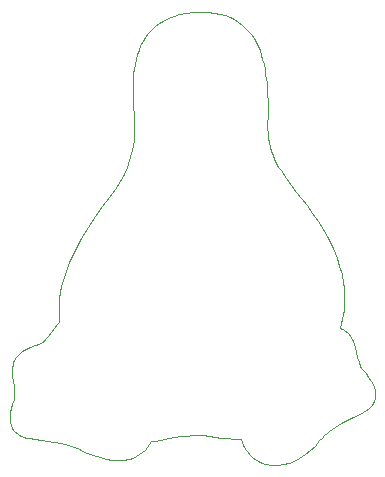
<source format=gbr>
G04 #@! TF.GenerationSoftware,KiCad,Pcbnew,(5.1.5)-3*
G04 #@! TF.CreationDate,2020-04-16T17:00:03+04:00*
G04 #@! TF.ProjectId,drawing,64726177-696e-4672-9e6b-696361645f70,rev?*
G04 #@! TF.SameCoordinates,Original*
G04 #@! TF.FileFunction,Profile,NP*
%FSLAX46Y46*%
G04 Gerber Fmt 4.6, Leading zero omitted, Abs format (unit mm)*
G04 Created by KiCad (PCBNEW (5.1.5)-3) date 2020-04-16 17:00:03*
%MOMM*%
%LPD*%
G04 APERTURE LIST*
%ADD10C,0.100000*%
G04 APERTURE END LIST*
D10*
X109657703Y-67057189D02*
X109288793Y-67064640D01*
X109288793Y-67064640D02*
X108904036Y-67088439D01*
X108904036Y-67088439D02*
X108307847Y-67158577D01*
X108307847Y-67158577D02*
X107758844Y-67265355D01*
X107758844Y-67265355D02*
X107255155Y-67406692D01*
X107255155Y-67406692D02*
X106794906Y-67580507D01*
X106794906Y-67580507D02*
X106376225Y-67784718D01*
X106376225Y-67784718D02*
X105997241Y-68017244D01*
X105997241Y-68017244D02*
X105656081Y-68276003D01*
X105656081Y-68276003D02*
X105350871Y-68558914D01*
X105350871Y-68558914D02*
X105079741Y-68863897D01*
X105079741Y-68863897D02*
X104840817Y-69188869D01*
X104840817Y-69188869D02*
X104632227Y-69531750D01*
X104632227Y-69531750D02*
X104452099Y-69890458D01*
X104452099Y-69890458D02*
X104298560Y-70262911D01*
X104298560Y-70262911D02*
X104169738Y-70647029D01*
X104169738Y-70647029D02*
X104063761Y-71040730D01*
X104063761Y-71040730D02*
X103978755Y-71441933D01*
X103978755Y-71441933D02*
X103912849Y-71848557D01*
X103912849Y-71848557D02*
X103864171Y-72258520D01*
X103864171Y-72258520D02*
X103811005Y-73080138D01*
X103811005Y-73080138D02*
X103804280Y-73890138D01*
X103804280Y-73890138D02*
X103829016Y-74671869D01*
X103829016Y-74671869D02*
X103912953Y-76083922D01*
X103912953Y-76083922D02*
X103942196Y-76680944D01*
X103942196Y-76680944D02*
X103942983Y-77183095D01*
X103942983Y-77183095D02*
X103885877Y-77824007D01*
X103885877Y-77824007D02*
X103800477Y-78438355D01*
X103800477Y-78438355D02*
X103679706Y-79034380D01*
X103679706Y-79034380D02*
X103516486Y-79620320D01*
X103516486Y-79620320D02*
X103303738Y-80204417D01*
X103303738Y-80204417D02*
X103034384Y-80794908D01*
X103034384Y-80794908D02*
X102701346Y-81400036D01*
X102701346Y-81400036D02*
X102297546Y-82028038D01*
X102297546Y-82028038D02*
X101755442Y-82706267D01*
X101755442Y-82706267D02*
X101179060Y-83471212D01*
X101179060Y-83471212D02*
X100587026Y-84311977D01*
X100587026Y-84311977D02*
X99997964Y-85217669D01*
X99997964Y-85217669D02*
X99430496Y-86177395D01*
X99430496Y-86177395D02*
X99160681Y-86674117D01*
X99160681Y-86674117D02*
X98903249Y-87180261D01*
X98903249Y-87180261D02*
X98660527Y-87694467D01*
X98660527Y-87694467D02*
X98434845Y-88215373D01*
X98434845Y-88215373D02*
X98228529Y-88741617D01*
X98228529Y-88741617D02*
X98043909Y-89271837D01*
X98043909Y-89271837D02*
X97891648Y-89774797D01*
X97891648Y-89774797D02*
X97762781Y-90279012D01*
X97762781Y-90279012D02*
X97659302Y-90783324D01*
X97659302Y-90783324D02*
X97583209Y-91286576D01*
X97583209Y-91286576D02*
X97536498Y-91787610D01*
X97536498Y-91787610D02*
X97521165Y-92285267D01*
X97521165Y-92285267D02*
X97539206Y-92778391D01*
X97539206Y-92778391D02*
X97592618Y-93265822D01*
X97592618Y-93265822D02*
X97421340Y-93437583D01*
X97421340Y-93437583D02*
X97134415Y-93783742D01*
X97134415Y-93783742D02*
X96874104Y-94139846D01*
X96874104Y-94139846D02*
X96627254Y-94480631D01*
X96627254Y-94480631D02*
X96380710Y-94780829D01*
X96380710Y-94780829D02*
X96257510Y-94891646D01*
X96257510Y-94891646D02*
X96122910Y-94986938D01*
X96122910Y-94986938D02*
X95823665Y-95142938D01*
X95823665Y-95142938D02*
X95491284Y-95272811D01*
X95491284Y-95272811D02*
X95134076Y-95400544D01*
X95134076Y-95400544D02*
X94762150Y-95555790D01*
X94762150Y-95555790D02*
X94577039Y-95653899D01*
X94577039Y-95653899D02*
X94396542Y-95770199D01*
X94396542Y-95770199D02*
X94223697Y-95908092D01*
X94223697Y-95908092D02*
X94061537Y-96070980D01*
X94061537Y-96070980D02*
X93913099Y-96262263D01*
X93913099Y-96262263D02*
X93781419Y-96485343D01*
X93781419Y-96485343D02*
X93781192Y-96485700D01*
X93781192Y-96485700D02*
X93779492Y-96488900D01*
X93779492Y-96488900D02*
X93685997Y-96704229D01*
X93685997Y-96704229D02*
X93623946Y-96926012D01*
X93623946Y-96926012D02*
X93588879Y-97152686D01*
X93588879Y-97152686D02*
X93576335Y-97382691D01*
X93576335Y-97382691D02*
X93581856Y-97614464D01*
X93581856Y-97614464D02*
X93600981Y-97846445D01*
X93600981Y-97846445D02*
X93662205Y-98304784D01*
X93662205Y-98304784D02*
X93726697Y-98747697D01*
X93726697Y-98747697D02*
X93771587Y-99164138D01*
X93771587Y-99164138D02*
X93776856Y-99540074D01*
X93776856Y-99540074D02*
X93758377Y-99708465D01*
X93758377Y-99708465D02*
X93722485Y-99861466D01*
X93722485Y-99861466D02*
X93593065Y-100252226D01*
X93593065Y-100252226D02*
X93495132Y-100613184D01*
X93495132Y-100613184D02*
X93428501Y-100945842D01*
X93428501Y-100945842D02*
X93392986Y-101251702D01*
X93392986Y-101251702D02*
X93388403Y-101532268D01*
X93388403Y-101532268D02*
X93414567Y-101789043D01*
X93414567Y-101789043D02*
X93471294Y-102023528D01*
X93471294Y-102023528D02*
X93558398Y-102237227D01*
X93558398Y-102237227D02*
X93673954Y-102427572D01*
X93673954Y-102427572D02*
X93814037Y-102591734D01*
X93814037Y-102591734D02*
X93976121Y-102732054D01*
X93976121Y-102732054D02*
X94157682Y-102850869D01*
X94157682Y-102850869D02*
X94356196Y-102950517D01*
X94356196Y-102950517D02*
X94569137Y-103033339D01*
X94569137Y-103033339D02*
X94793982Y-103101671D01*
X94793982Y-103101671D02*
X95028205Y-103157852D01*
X95028205Y-103157852D02*
X95523859Y-103245961D01*
X95523859Y-103245961D02*
X96052142Y-103315682D01*
X96052142Y-103315682D02*
X97168432Y-103453450D01*
X97168432Y-103453450D02*
X97737358Y-103548244D01*
X97737358Y-103548244D02*
X98300751Y-103678144D01*
X98300751Y-103678144D02*
X98577391Y-103760438D01*
X98577391Y-103760438D02*
X98849069Y-103856523D01*
X98849069Y-103856523D02*
X99114594Y-103968071D01*
X99114594Y-103968071D02*
X99372773Y-104096754D01*
X99373978Y-104097426D02*
X99918360Y-104364927D01*
X99918360Y-104364927D02*
X100460901Y-104584933D01*
X100460901Y-104584933D02*
X100997879Y-104756863D01*
X100997879Y-104756863D02*
X101525577Y-104880136D01*
X101525577Y-104880136D02*
X102040273Y-104954171D01*
X102040273Y-104954171D02*
X102538248Y-104978386D01*
X102538248Y-104978386D02*
X103015781Y-104952201D01*
X103015781Y-104952201D02*
X103469154Y-104875035D01*
X103469154Y-104875035D02*
X103780348Y-104785570D01*
X103780348Y-104785570D02*
X104074471Y-104666622D01*
X104074471Y-104666622D02*
X104349459Y-104518661D01*
X104349459Y-104518661D02*
X104603254Y-104342158D01*
X104603254Y-104342158D02*
X104833794Y-104137585D01*
X104833794Y-104137585D02*
X105039018Y-103905412D01*
X105039018Y-103905412D02*
X105216865Y-103646110D01*
X105216865Y-103646110D02*
X105365275Y-103360151D01*
X105365275Y-103360151D02*
X105714665Y-103341363D01*
X105714665Y-103341363D02*
X106078487Y-103293917D01*
X106078487Y-103293917D02*
X106873653Y-103145870D01*
X106873653Y-103145870D02*
X107799235Y-102981644D01*
X107799235Y-102981644D02*
X108326076Y-102913974D01*
X108326076Y-102913974D02*
X108903695Y-102866871D01*
X108903695Y-102866871D02*
X109326800Y-102857886D01*
X109326800Y-102857886D02*
X109774682Y-102889560D01*
X109774682Y-102889560D02*
X110741623Y-103020729D01*
X110741623Y-103020729D02*
X111259105Y-103093144D01*
X111259105Y-103093144D02*
X111798209Y-103152059D01*
X111798209Y-103152059D02*
X112358147Y-103183933D01*
X112358147Y-103183933D02*
X112938130Y-103175228D01*
X112938130Y-103175228D02*
X113014029Y-103431908D01*
X113014029Y-103431908D02*
X113120176Y-103677341D01*
X113120176Y-103677341D02*
X113122676Y-103682241D01*
X113122676Y-103682241D02*
X113243007Y-103908202D01*
X113243007Y-103908202D02*
X113374940Y-104118313D01*
X113374940Y-104118313D02*
X113517820Y-104312586D01*
X113517820Y-104312586D02*
X113670988Y-104491035D01*
X113670988Y-104491035D02*
X113833788Y-104653672D01*
X113833788Y-104653672D02*
X114005563Y-104800511D01*
X114005563Y-104800511D02*
X114185654Y-104931563D01*
X114185654Y-104931563D02*
X114373405Y-105046841D01*
X114373405Y-105046841D02*
X114568159Y-105146360D01*
X114568159Y-105146360D02*
X114769259Y-105230130D01*
X114769259Y-105230130D02*
X114976046Y-105298166D01*
X114976046Y-105298166D02*
X115187865Y-105350479D01*
X115187865Y-105350479D02*
X115404057Y-105387083D01*
X115404057Y-105387083D02*
X115623967Y-105407991D01*
X115623967Y-105407991D02*
X115846935Y-105413214D01*
X115846935Y-105413214D02*
X116072306Y-105402767D01*
X116072306Y-105402767D02*
X116528551Y-105336740D01*
X116528551Y-105336740D02*
X116988175Y-105212615D01*
X116988175Y-105212615D02*
X117447398Y-105031517D01*
X117447398Y-105031517D02*
X117902439Y-104794569D01*
X117902439Y-104794569D02*
X118349515Y-104502896D01*
X118349515Y-104502896D02*
X118784845Y-104157623D01*
X118784845Y-104157623D02*
X119204647Y-103759873D01*
X119204647Y-103759873D02*
X119605141Y-103310770D01*
X119606594Y-103308970D02*
X119799615Y-103086825D01*
X119799615Y-103086825D02*
X120006182Y-102880243D01*
X120006182Y-102880243D02*
X120224527Y-102687931D01*
X120224527Y-102687931D02*
X120452882Y-102508596D01*
X120452882Y-102508596D02*
X120932545Y-102183689D01*
X120932545Y-102183689D02*
X121431027Y-101895184D01*
X121431027Y-101895184D02*
X122427856Y-101386023D01*
X122427856Y-101386023D02*
X122897912Y-101144689D01*
X122897912Y-101144689D02*
X123330199Y-100898399D01*
X123330199Y-100898399D02*
X123529124Y-100768105D01*
X123529124Y-100768105D02*
X123714843Y-100628622D01*
X123714843Y-100628622D02*
X123883777Y-100478712D01*
X123883777Y-100478712D02*
X124032348Y-100317135D01*
X124032348Y-100317135D02*
X124156979Y-100142651D01*
X124156979Y-100142651D02*
X124254090Y-99954021D01*
X124254090Y-99954021D02*
X124320105Y-99750006D01*
X124320105Y-99750006D02*
X124351444Y-99529366D01*
X124351444Y-99529366D02*
X124346067Y-99296360D01*
X124346067Y-99296360D02*
X124303777Y-99054595D01*
X124303777Y-99054595D02*
X124223742Y-98802228D01*
X124223742Y-98802228D02*
X124105133Y-98537417D01*
X124105133Y-98537417D02*
X123947118Y-98258320D01*
X123947118Y-98258320D02*
X123748866Y-97963094D01*
X123748866Y-97963094D02*
X123509547Y-97649895D01*
X123509547Y-97649895D02*
X123228330Y-97316883D01*
X123228330Y-97316883D02*
X123228155Y-97316704D01*
X123228155Y-97316704D02*
X123227292Y-97315604D01*
X123227292Y-97315604D02*
X123134125Y-97188876D01*
X123134125Y-97188876D02*
X123052215Y-97040266D01*
X123052215Y-97040266D02*
X122915229Y-96687927D01*
X122915229Y-96687927D02*
X122802459Y-96279643D01*
X122802459Y-96279643D02*
X122700029Y-95836474D01*
X122700029Y-95836474D02*
X122590284Y-95378567D01*
X122590284Y-95378567D02*
X122523887Y-95151037D01*
X122523887Y-95151037D02*
X122444844Y-94928786D01*
X122444844Y-94928786D02*
X122349433Y-94715060D01*
X122349433Y-94715060D02*
X122233930Y-94513108D01*
X122233930Y-94513108D02*
X122094613Y-94326176D01*
X122094613Y-94326176D02*
X121927761Y-94157512D01*
X121927761Y-94157512D02*
X121924861Y-94155012D01*
X121924861Y-94155012D02*
X121778786Y-94036046D01*
X121778786Y-94036046D02*
X121630454Y-93936226D01*
X121630454Y-93936226D02*
X121480444Y-93853959D01*
X121480444Y-93853959D02*
X121329332Y-93787656D01*
X121329332Y-93787656D02*
X121444871Y-93404147D01*
X121444871Y-93404147D02*
X121539174Y-93021117D01*
X121539174Y-93021117D02*
X121613006Y-92638841D01*
X121613006Y-92638841D02*
X121667134Y-92257594D01*
X121667134Y-92257594D02*
X121702323Y-91877651D01*
X121702323Y-91877651D02*
X121719339Y-91499287D01*
X121719339Y-91499287D02*
X121718947Y-91122776D01*
X121718947Y-91122776D02*
X121701913Y-90748394D01*
X121701913Y-90748394D02*
X121669002Y-90376414D01*
X121669002Y-90376414D02*
X121620981Y-90007113D01*
X121620981Y-90007113D02*
X121482667Y-89277643D01*
X121482667Y-89277643D02*
X121293096Y-88562183D01*
X121293096Y-88562183D02*
X121058394Y-87862931D01*
X121058394Y-87862931D02*
X120894693Y-87442725D01*
X120894693Y-87442725D02*
X120717809Y-87029820D01*
X120717809Y-87029820D02*
X120330165Y-86227859D01*
X120330165Y-86227859D02*
X119906799Y-85460929D01*
X119906799Y-85460929D02*
X119459049Y-84732915D01*
X119459049Y-84732915D02*
X118998254Y-84047698D01*
X118998254Y-84047698D02*
X118535753Y-83409162D01*
X118535753Y-83409162D02*
X118082883Y-82821188D01*
X118082883Y-82821188D02*
X117650982Y-82287661D01*
X117650982Y-82287661D02*
X117187150Y-81686531D01*
X117187150Y-81686531D02*
X116740130Y-81083537D01*
X116740130Y-81083537D02*
X116324171Y-80469187D01*
X116324171Y-80469187D02*
X116132293Y-80154787D01*
X116132293Y-80154787D02*
X115953524Y-79833988D01*
X115953524Y-79833988D02*
X115789645Y-79505603D01*
X115789645Y-79505603D02*
X115642437Y-79168446D01*
X115642437Y-79168446D02*
X115513683Y-78821330D01*
X115513683Y-78821330D02*
X115405162Y-78463069D01*
X115405162Y-78463069D02*
X115318656Y-78092476D01*
X115318656Y-78092476D02*
X115255947Y-77708364D01*
X115255947Y-77708364D02*
X115218815Y-77309548D01*
X115218815Y-77309548D02*
X115209042Y-76894839D01*
X115209042Y-76894839D02*
X115224041Y-75483823D01*
X115224041Y-75483823D02*
X115217954Y-74709005D01*
X115217954Y-74709005D02*
X115190013Y-73906181D01*
X115190013Y-73906181D02*
X115130622Y-73089004D01*
X115130622Y-73089004D02*
X115030186Y-72271125D01*
X115030186Y-72271125D02*
X114961578Y-71866189D01*
X114961578Y-71866189D02*
X114879109Y-71466196D01*
X114879109Y-71466196D02*
X114781580Y-71072855D01*
X114781580Y-71072855D02*
X114667793Y-70687870D01*
X114667793Y-70687870D02*
X114536548Y-70312948D01*
X114536548Y-70312948D02*
X114386644Y-69949796D01*
X114386644Y-69949796D02*
X114216882Y-69600121D01*
X114216882Y-69600121D02*
X114026064Y-69265628D01*
X114026064Y-69265628D02*
X113812989Y-68948024D01*
X113812989Y-68948024D02*
X113576458Y-68649016D01*
X113576458Y-68649016D02*
X113315271Y-68370310D01*
X113315271Y-68370310D02*
X113028229Y-68113613D01*
X113028229Y-68113613D02*
X112714133Y-67880631D01*
X112714133Y-67880631D02*
X112371782Y-67673070D01*
X112371782Y-67673070D02*
X111999978Y-67492638D01*
X111999978Y-67492638D02*
X111597520Y-67341039D01*
X111597520Y-67341039D02*
X111163210Y-67219982D01*
X111163210Y-67219982D02*
X110695847Y-67131172D01*
X110695847Y-67131172D02*
X110194233Y-67076316D01*
X110194233Y-67076316D02*
X109657167Y-67057119D01*
X109657167Y-67057119D02*
X109657703Y-67057189D01*
M02*

</source>
